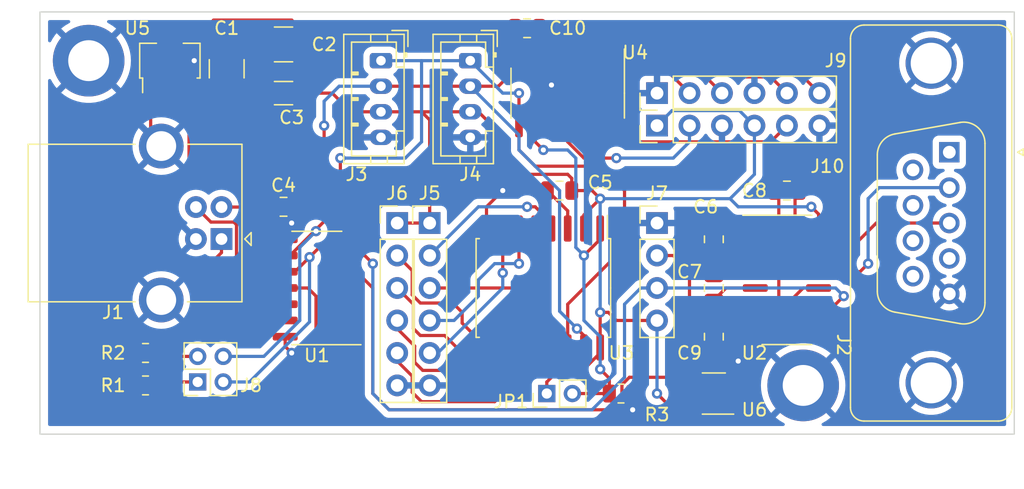
<source format=kicad_pcb>
(kicad_pcb (version 20221018) (generator pcbnew)
  (layers (0 "F.Cu" signal) (31 "B.Cu" signal) (34 "B.Paste" user) (35 "F.Paste" user) (36 "B.SilkS" user "B.Silkscreen") (37 "F.SilkS" user "F.Silkscreen") (38 "B.Mask" user) (39 "F.Mask" user) (44 "Edge.Cuts" user))
  (net 0 "")
  (net 1 "+5V")
  (net 2 "GND")
  (net 3 "+3.3V")
  (net 4 "Net-(J1-D-)")
  (net 5 "Net-(J1-D+)")
  (net 7 "Net-(U2-R1IN)")
  (net 8 "Net-(U2-T1OUT)")
  (net 14 "/SCL")
  (net 15 "Net-(J5-Pin_2)")
  (net 16 "Net-(J5-Pin_3)")
  (net 17 "Net-(J5-Pin_4)")
  (net 18 "Net-(J5-Pin_5)")
  (net 19 "Net-(J6-Pin_2)")
  (net 20 "Net-(J6-Pin_3)")
  (net 21 "Net-(J6-Pin_4)")
  (net 22 "Net-(J6-Pin_5)")
  (net 26 "Net-(U1-URx)")
  (net 33 "Net-(U2-R1OUT)")
  (net 35 "/SDA")
  (net 36 "Net-(U2-C1+)")
  (net 37 "Net-(U2-C1-)")
  (net 38 "Net-(U2-C2+)")
  (net 39 "Net-(U2-C2-)")
  (net 40 "Net-(U2-VS+)")
  (net 41 "Net-(U2-VS-)")
  (net 42 "Net-(J7-Pin_2)")
  (net 43 "Net-(J7-Pin_3)")
  (net 44 "Net-(J8-Pin_1)")
  (net 45 "Net-(J8-Pin_2)")
  (net 46 "/ADDR0")
  (net 47 "/AN1p")
  (net 48 "/AN1n")
  (net 49 "/AN2p")
  (net 50 "/AN2n")
  (net 51 "/AN3")
  (net 52 "/AN4")
  (footprint "Connector_PinHeader_2.54mm:PinHeader_1x06_P2.54mm_Vertical" (layer "F.Cu") (at 127 60.96 90)
    (fp_text reference "J10")
    (fp_text value "Conn_01x06_Pin")
  )
  (footprint "Package_SO:SOIC-14_3.9x8.7mm_P1.27mm" (layer "F.Cu") (at 100.395 73.66 180)
    (fp_text reference "U1")
    (fp_text value "MCP2221AxSL")
  )
  (footprint "MountingHole:MountingHole_3.2mm_M3_DIN965_Pad" (layer "F.Cu") (at 138.43 81.28)
    (fp_text reference "H2" hide)
    (fp_text value "MountingHole_Pad")
  )
  (footprint "Connector_Dsub:DSUB-9_Male_Vertical_P2.77x2.84mm_MountingHoles" (layer "F.Cu") (at 149.86 63.04 -90)
    (fp_text reference "J2")
    (fp_text value "DE9_Plug_MountingHoles")
  )
  (footprint "Package_SO:SOIC-16W_7.5x10.3mm_P1.27mm" (layer "F.Cu") (at 118.11 73.66 -90)
    (fp_text reference "U3")
    (fp_text value "TCA9554DW")
  )
  (footprint "Connector_PinHeader_2.54mm:PinHeader_1x06_P2.54mm_Vertical" (layer "F.Cu") (at 106.68 68.58)
    (fp_text reference "J6")
    (fp_text value "Conn_01x06_Pin")
  )
  (footprint "Capacitor_SMD:C_0805_2012Metric" (layer "F.Cu") (at 131.445 77.47 -90)
    (fp_text reference "C9")
    (fp_text value "C")
  )
  (footprint "Connector_JST:JST_PH_B4B-PH-K_1x04_P2.00mm_Vertical" (layer "F.Cu") (at 105.41 55.88 -90)
    (fp_text reference "J3")
    (fp_text value "Conn_01x04_Pin")
  )
  (footprint "Connector_PinHeader_2.54mm:PinHeader_1x06_P2.54mm_Vertical" (layer "F.Cu") (at 109.22 68.58)
    (fp_text reference "J5")
    (fp_text value "Conn_01x06_Pin")
  )
  (footprint "Package_TO_SOT_SMD:SOT-89-3_Handsoldering" (layer "F.Cu") (at 88.9 55.88 90)
    (fp_text reference "U5")
    (fp_text value "AZ1117-3.3")
  )
  (footprint "Connector_USB:USB_B_OST_USB-B1HSxx_Horizontal" (layer "F.Cu") (at 92.9375 69.83 180)
    (fp_text reference "J1")
    (fp_text value "USB_B")
  )
  (footprint "Capacitor_SMD:C_0805_2012Metric" (layer "F.Cu") (at 137.16 66.04)
    (fp_text reference "C8")
    (fp_text value "C")
  )
  (footprint "Resistor_SMD:R_0805_2012Metric" (layer "F.Cu") (at 86.995 78.74)
    (fp_text reference "R2")
    (fp_text value "R_US")
  )
  (footprint "Package_TO_SOT_SMD:SOT-23-5_HandSoldering" (layer "F.Cu") (at 131.445 81.915 180)
    (fp_text reference "U6")
    (fp_text value "74AHC1G08")
  )
  (footprint "Connector_PinHeader_2.00mm:PinHeader_1x02_P2.00mm_Vertical" (layer "F.Cu") (at 118.38 81.915 90)
    (fp_text reference "JP1")
    (fp_text value "Jumper_2_Open")
  )
  (footprint "MountingHole:MountingHole_3.2mm_M3_DIN965_Pad" (layer "F.Cu") (at 82.55 55.88)
    (fp_text reference "H1" hide)
    (fp_text value "MountingHole_Pad")
  )
  (footprint "Capacitor_SMD:C_0805_2012Metric" (layer "F.Cu") (at 119.38 66.04 180)
    (fp_text reference "C5")
    (fp_text value "C")
  )
  (footprint "Connector_PinHeader_2.54mm:PinHeader_1x04_P2.54mm_Vertical" (layer "F.Cu") (at 127 68.58)
    (fp_text reference "J7")
    (fp_text value "Conn_01x04_Pin")
  )
  (footprint "Package_SO:SOIC-16_3.9x9.9mm_P1.27mm" (layer "F.Cu") (at 137.16 73.025)
    (fp_text reference "U2")
    (fp_text value "MAX3232")
  )
  (footprint "Connector_PinHeader_2.54mm:PinHeader_1x06_P2.54mm_Vertical" (layer "F.Cu") (at 127 58.42 90)
    (fp_text reference "J9")
    (fp_text value "Conn_01x06_Pin")
  )
  (footprint "Capacitor_SMD:C_0805_2012Metric" (layer "F.Cu") (at 131.445 73.66 -90)
    (fp_text reference "C7")
    (fp_text value "C")
  )
  (footprint "Capacitor_SMD:C_0805_2012Metric" (layer "F.Cu") (at 116.84 53.34)
    (fp_text reference "C10")
    (fp_text value "C")
  )
  (footprint "Connector_PinHeader_2.00mm:PinHeader_2x02_P2.00mm_Vertical" (layer "F.Cu") (at 91.075 81.01 90)
    (fp_text reference "J8")
    (fp_text value "Conn_02x02_Top_Bottom")
  )
  (footprint "Package_SO:SOIC-14_3.9x8.7mm_P1.27mm" (layer "F.Cu") (at 120.015 58.42 -90)
    (fp_text reference "U4")
    (fp_text value "MCP3428")
  )
  (footprint "Connector_JST:JST_PH_B4B-PH-K_1x04_P2.00mm_Vertical" (layer "F.Cu") (at 112.395 55.88 -90)
    (fp_text reference "J4")
    (fp_text value "Conn_01x04_Pin")
  )
  (footprint "Resistor_SMD:R_0805_2012Metric" (layer "F.Cu") (at 86.995 81.28)
    (fp_text reference "R1")
    (fp_text value "R_US")
  )
  (footprint "Capacitor_SMD:C_0805_2012Metric" (layer "F.Cu") (at 97.79 67.31)
    (fp_text reference "C4")
    (fp_text value "C")
  )
  (footprint "Capacitor_SMD:C_0805_2012Metric" (layer "F.Cu") (at 131.445 69.85 -90)
    (fp_text reference "C6")
    (fp_text value "C")
  )
  (footprint "Capacitor_SMD:C_1210_3225Metric" (layer "F.Cu") (at 97.79 54.61 180)
    (fp_text reference "C2")
    (fp_text value "C")
  )
  (footprint "Capacitor_SMD:C_1206_3216Metric" (layer "F.Cu") (at 97.79 58.42 180)
    (fp_text reference "C3")
    (fp_text value "C")
  )
  (footprint "Capacitor_SMD:C_1210_3225Metric" (layer "F.Cu") (at 93.345 56.515 90)
    (fp_text reference "C1")
    (fp_text value "C")
  )
  (footprint "Resistor_SMD:R_0805_2012Metric" (layer "F.Cu") (at 124.1825 81.915 180)
    (fp_text reference "R3")
    (fp_text value "R_US")
  )
  (gr_rect (start 78.74 52.07) (end 154.94 85.09) (stroke (width 0.1)) (fill none) (layer "Edge.Cuts"))
  (segment (start 92.9375 70.8925) (end 92.075 71.755) (width 0.25) (layer "F.Cu") (net 1))
  (segment (start 93.005 58.33) (end 90.4 58.33) (width 0.25) (layer "F.Cu") (net 1))
  (segment (start 89.535 71.755) (end 88.9 71.12) (width 0.25) (layer "F.Cu") (net 1))
  (segment (start 88.9 66.04) (end 90.4 64.54) (width 0.25) (layer "F.Cu") (net 1))
  (segment (start 90.4 64.54) (end 90.4 58.33) (width 0.25) (layer "F.Cu") (net 1))
  (segment (start 88.9 71.12) (end 88.9 66.04) (width 0.25) (layer "F.Cu") (net 1))
  (segment (start 93.345 57.99) (end 93.005 58.33) (width 0.25) (layer "F.Cu") (net 1))
  (segment (start 92.9375 69.83) (end 92.9375 70.8925) (width 0.25) (layer "F.Cu") (net 1))
  (segment (start 92.075 71.755) (end 89.535 71.755) (width 0.25) (layer "F.Cu") (net 1))
  (segment (start 97.92 78.235) (end 98.425 78.74) (width 0.25) (layer "F.Cu") (net 2))
  (segment (start 135.89 78.105) (end 136.525 77.47) (width 0.25) (layer "F.Cu") (net 2))
  (segment (start 118.43 66.04) (end 114.935 66.04) (width 0.25) (layer "F.Cu") (net 2))
  (segment (start 118.745 56.270305) (end 118.745 55.945) (width 0.25) (layer "F.Cu") (net 2))
  (segment (start 123.825 59.69) (end 123.19 59.055) (width 0.25) (layer "F.Cu") (net 2))
  (segment (start 118.745 57.785) (end 118.745 54.295) (width 0.25) (layer "F.Cu") (net 2))
  (segment (start 120.015 59.055) (end 118.745 57.785) (width 0.25) (layer "F.Cu") (net 2))
  (segment (start 133.35 80.41) (end 132.795 80.965) (width 0.25) (layer "F.Cu") (net 2))
  (segment (start 98.74 68.265) (end 98.425 68.58) (width 0.25) (layer "F.Cu") (net 2))
  (segment (start 138.43 69.85) (end 137.795 69.215) (width 0.25) (layer "F.Cu") (net 2))
  (segment (start 120.015 69.01) (end 120.015 67.625) (width 0.25) (layer "F.Cu") (net 2))
  (segment (start 131.445 78.42) (end 132.395 78.42) (width 0.25) (layer "F.Cu") (net 2))
  (segment (start 137.795 69.215) (end 137.795 66.355) (width 0.25) (layer "F.Cu") (net 2))
  (segment (start 121.285 60.325) (end 120.015 59.055) (width 0.25) (layer "F.Cu") (net 2))
  (segment (start 91.645 55.04) (end 90.805 55.88) (width 0.25) (layer "F.Cu") (net 2))
  (segment (start 113.665 67.31) (end 113.665 69.01) (width 0.25) (layer "F.Cu") (net 2))
  (segment (start 123.19 59.055) (end 120.015 59.055) (width 0.25) (layer "F.Cu") (net 2))
  (segment (start 120.015 67.625) (end 118.43 66.04) (width 0.25) (layer "F.Cu") (net 2))
  (segment (start 96.315 58.42) (end 96.315 54.61) (width 0.25) (layer "F.Cu") (net 2))
  (segment (start 117.79 53.34) (end 118.745 54.295) (width 0.25) (layer "F.Cu") (net 2))
  (segment (start 134.62 78.105) (end 135.89 78.105) (width 0.25) (layer "F.Cu") (net 2))
  (segment (start 114.935 66.04) (end 113.665 67.31) (width 0.25) (layer "F.Cu") (net 2))
  (segment (start 97.92 77.47) (end 97.92 78.235) (width 0.25) (layer "F.Cu") (net 2))
  (segment (start 87.4 58.33) (end 87.4 61.7325) (width 0.25) (layer "F.Cu") (net 2))
  (segment (start 139.635 69.85) (end 138.43 69.85) (width 0.25) (layer "F.Cu") (net 2))
  (segment (start 137.795 66.355) (end 138.11 66.04) (width 0.25) (layer "F.Cu") (net 2))
  (segment (start 136.525 70.485) (end 137.795 69.215) (width 0.25) (layer "F.Cu") (net 2))
  (segment (start 123.825 60.895) (end 123.825 59.69) (width 0.25) (layer "F.Cu") (net 2))
  (segment (start 136.525 77.47) (end 136.525 70.485) (width 0.25) (layer "F.Cu") (net 2))
  (segment (start 87.4 61.7325) (end 88.2275 62.56) (width 0.25) (layer "F.Cu") (net 2))
  (segment (start 98.74 67.31) (end 98.74 68.265) (width 0.25) (layer "F.Cu") (net 2))
  (segment (start 125.095 81.915) (end 125.095 83.185) (width 0.25) (layer "F.Cu") (net 2))
  (segment (start 93.345 55.04) (end 95.885 55.04) (width 0.25) (layer "F.Cu") (net 2))
  (segment (start 95.885 55.04) (end 96.315 54.61) (width 0.25) (layer "F.Cu") (net 2))
  (segment (start 133.35 79.375) (end 134.62 78.105) (width 0.25) (layer "F.Cu") (net 2))
  (segment (start 133.35 79.375) (end 133.35 80.41) (width 0.25) (layer "F.Cu") (net 2))
  (segment (start 132.395 78.42) (end 133.35 79.375) (width 0.25) (layer "F.Cu") (net 2))
  (segment (start 93.345 55.04) (end 91.645 55.04) (width 0.25) (layer "F.Cu") (net 2))
  (via (at 90.805 55.88) (size 0.8) (drill 0.4) (layers "F.Cu" "B.Cu") (net 2))
  (via (at 133.35 79.375) (size 0.8) (drill 0.4) (layers "F.Cu" "B.Cu") (net 2))
  (via (at 114.935 66.04) (size 0.8) (drill 0.4) (layers "F.Cu" "B.Cu") (net 2))
  (via (at 98.425 78.74) (size 0.8) (drill 0.4) (layers "F.Cu" "B.Cu") (net 2))
  (via (at 118.745 57.785) (size 0.8) (drill 0.4) (layers "F.Cu" "B.Cu") (net 2))
  (via (at 125.095 83.185) (size 0.8) (drill 0.4) (layers "F.Cu" "B.Cu") (net 2))
  (via (at 98.425 68.58) (size 0.8) (drill 0.4) (layers "F.Cu" "B.Cu") (net 2))
  (segment (start 139.635 67.88) (end 139.065 67.31) (width 0.25) (layer "F.Cu") (net 3))
  (segment (start 99.265 54.61) (end 99.265 58.42) (width 0.25) (layer "F.Cu") (net 3))
  (segment (start 114.935 61.785) (end 113.03 59.88) (width 0.25) (layer "F.Cu") (net 3))
  (segment (start 99.265 60.755) (end 96.84 63.18) (width 0.25) (layer "F.Cu") (net 3))
  (segment (start 99.265 58.42) (end 99.265 60.755) (width 0.25) (layer "F.Cu") (net 3))
  (segment (start 139.635 68.58) (end 139.635 67.88) (width 0.25) (layer "F.Cu") (net 3))
  (segment (start 116.201751 54.295) (end 116.201751 53.651751) (width 0.25) (layer "F.Cu") (net 3))
  (segment (start 116.205 64.77) (end 114.935 63.5) (width 0.25) (layer "F.Cu") (net 3))
  (segment (start 122.555 75.565) (end 122.555 78.31) (width 0.25) (layer "F.Cu") (net 3))
  (segment (start 99.695 73.66) (end 100.33 74.295) (width 0.25) (layer "F.Cu") (net 3))
  (segment (start 100.33 76.835) (end 100.965 77.47) (width 0.25) (layer "F.Cu") (net 3))
  (segment (start 122.555 78.736751) (end 122.555 78.31) (width 0.25) (layer "F.Cu") (net 3))
  (segment (start 97.92 73.66) (end 99.695 73.66) (width 0.25) (layer "F.Cu") (net 3))
  (segment (start 86.0825 77.1925) (end 85.09 76.2) (width 0.25) (layer "F.Cu") (net 3))
  (segment (start 114.62 54.61) (end 99.265 54.61) (width 0.25) (layer "F.Cu") (net 3))
  (segment (start 116.201751 53.651751) (end 115.89 53.34) (width 0.25) (layer "F.Cu") (net 3))
  (segment (start 123.825 76.2) (end 127 76.2) (width 0.25) (layer "F.Cu") (net 3))
  (segment (start 118.38 81.01) (end 119.73 79.66) (width 0.25) (layer "F.Cu") (net 3))
  (segment (start 88.9 57.58) (end 88.9 58.2425) (width 0.25) (layer "F.Cu") (net 3))
  (segment (start 95.885 73.025) (end 96.52 73.66) (width 0.25) (layer "F.Cu") (net 3))
  (segment (start 116.201751 54.295) (end 117.475 55.568249) (width 0.25) (layer "F.Cu") (net 3))
  (segment (start 121.631751 79.66) (end 122.555 78.736751) (width 0.25) (layer "F.Cu") (net 3))
  (segment (start 121.285 67.945) (end 122.555 66.675) (width 0.25) (layer "F.Cu") (net 3))
  (segment (start 101.6 58.42) (end 103.06 59.88) (width 0.25) (layer "F.Cu") (net 3))
  (segment (start 96.52 73.66) (end 97.92 73.66) (width 0.25) (layer "F.Cu") (net 3))
  (segment (start 118.38 81.915) (end 118.38 81.01) (width 0.25) (layer "F.Cu") (net 3))
  (segment (start 88.175 56.855) (end 88.9 57.58) (width 0.25) (layer "F.Cu") (net 3))
  (segment (start 88.9 56.13) (end 88.9 58.2425) (width 0.25) (layer "F.Cu") (net 3))
  (segment (start 86.0825 81.28) (end 86.0825 78.74) (width 0.25) (layer "F.Cu") (net 3))
  (segment (start 120.015 64.77) (end 116.205 64.77) (width 0.25) (layer "F.Cu") (net 3))
  (segment (start 119.73 79.66) (end 121.631751 79.66) (width 0.25) (layer "F.Cu") (net 3))
  (segment (start 120.33 66.04) (end 120.33 65.085) (width 0.25) (layer "F.Cu") (net 3))
  (segment (start 99.265 58.42) (end 101.6 58.42) (width 0.25) (layer "F.Cu") (net 3))
  (segment (start 92.325 52.705) (end 88.9 56.13) (width 0.25) (layer "F.Cu") (net 3))
  (segment (start 123.19 75.565) (end 123.825 76.2) (width 0.25) (layer "F.Cu") (net 3))
  (segment (start 96.84 67.625) (end 95.885 68.58) (width 0.25) (layer "F.Cu") (net 3))
  (segment (start 120.33 65.085) (end 120.015 64.77) (width 0.25) (layer "F.Cu") (net 3))
  (segment (start 109.22 65.405) (end 109.22 60.515) (width 0.25) (layer "F.Cu") (net 3))
  (segment (start 86.0825 78.74) (end 86.0825 77.1925) (width 0.25) (layer "F.Cu") (net 3))
  (segment (start 98.425 52.705) (end 92.325 52.705) (width 0.25) (layer "F.Cu") (net 3))
  (segment (start 109.22 68.58) (end 109.22 65.405) (width 0.25) (layer "F.Cu") (net 3))
  (segment (start 99.58 54.295) (end 99.265 54.61) (width 0.25) (layer "F.Cu") (net 3))
  (segment (start 117.475 57.785) (end 118.745 59.055) (width 0.25) (layer "F.Cu") (net 3))
  (segment (start 118.745 59.055) (end 118.745 60.895) (width 0.25) (layer "F.Cu") (net 3))
  (segment (start 120.33 66.04) (end 121.92 66.04) (width 0.25) (layer "F.Cu") (net 3))
  (segment (start 86.625 56.855) (end 88.175 56.855) (width 0.25) (layer "F.Cu") (net 3))
  (segment (start 121.285 69.01) (end 121.285 67.945) (width 0.25) (layer "F.Cu") (net 3))
  (segment (start 113.03 59.88) (end 108.585 59.88) (width 0.25) (layer "F.Cu") (net 3))
  (segment (start 121.92 66.04) (end 122.555 66.675) (width 0.25) (layer "F.Cu") (net 3))
  (segment (start 100.33 74.295) (end 100.33 76.835) (width 0.25) (layer "F.Cu") (net 3))
  (segment (start 117.475 55.945) (end 117.475 57.785) (width 0.25) (layer "F.Cu") (net 3))
  (segment (start 127 81.915) (end 127.95 82.865) (width 0.25) (layer "F.Cu") (net 3))
  (segment (start 103.06 59.88) (end 105.41 59.88) (width 0.25) (layer "F.Cu") (net 3))
  (segment (start 85.09 58.39) (end 86.625 56.855) (width 0.25) (layer "F.Cu") (net 3))
  (segment (start 108.585 59.88) (end 105.41 59.88) (width 0.25) (layer "F.Cu") (net 3))
  (segment (start 106.68 68.58) (end 109.22 68.58) (width 0.25) (layer "F.Cu") (net 3))
  (segment (start 99.265 53.545) (end 98.425 52.705) (width 0.25) (layer "F.Cu") (net 3))
  (segment (start 114.935 63.5) (end 114.935 61.785) (width 0.25) (layer "F.Cu") (net 3))
  (segment (start 96.84 67.31) (end 96.84 67.625) (width 0.25) (layer "F.Cu") (net 3))
  (segment (start 127.95 82.865) (end 130.095 82.865) (width 0.25) (layer "F.Cu") (net 3))
  (segment (start 109.22 60.515) (end 108.585 59.88) (width 0.25) (layer "F.Cu") (net 3))
  (segment (start 96.84 63.18) (end 96.84 67.31) (width 0.25) (layer "F.Cu") (net 3))
  (segment (start 85.09 76.2) (end 85.09 58.39) (width 0.25) (layer "F.Cu") (net 3))
  (segment (start 122.555 75.565) (end 123.19 75.565) (width 0.25) (layer "F.Cu") (net 3))
  (segment (start 100.965 77.47) (end 102.87 77.47) (width 0.25) (layer "F.Cu") (net 3))
  (segment (start 115.89 53.34) (end 114.62 54.61) (width 0.25) (layer "F.Cu") (net 3))
  (segment (start 95.885 68.58) (end 95.885 73.025) (width 0.25) (layer "F.Cu") (net 3))
  (via (at 127 81.915) (size 0.8) (drill 0.4) (layers "F.Cu" "B.Cu") (net 3))
  (via (at 122.555 75.565) (size 0.8) (drill 0.4) (layers "F.Cu" "B.Cu") (net 3))
  (via (at 122.555 66.675) (size 0.8) (drill 0.4) (layers "F.Cu" "B.Cu") (net 3))
  (via (at 139.065 67.31) (size 0.8) (drill 0.4) (layers "F.Cu" "B.Cu") (net 3))
  (segment (start 133.445 59.785) (end 134.62 60.96) (width 0.25) (layer "B.Cu") (net 3))
  (segment (start 128.175 59.785) (end 133.445 59.785) (width 0.25) (layer "B.Cu") (net 3))
  (segment (start 132.715 66.675) (end 133.35 67.31) (width 0.25) (layer "B.Cu") (net 3))
  (segment (start 122.555 66.675) (end 132.715 66.675) (width 0.25) (layer "B.Cu") (net 3))
  (segment (start 127 60.96) (end 128.175 59.785) (width 0.25) (layer "B.Cu") (net 3))
  (segment (start 134.62 60.96) (end 134.62 64.77) (width 0.25) (layer "B.Cu") (net 3))
  (segment (start 133.35 67.31) (end 139.065 67.31) (width 0.25) (layer "B.Cu") (net 3))
  (segment (start 134.62 64.77) (end 132.715 66.675) (width 0.25) (layer "B.Cu") (net 3))
  (segment (start 127 76.2) (end 127 81.915) (width 0.25) (layer "B.Cu") (net 3))
  (segment (start 122.555 75.565) (end 122.555 66.675) (width 0.25) (layer "B.Cu") (net 3))
  (segment (start 97.153604 74.93) (end 95.25 73.026396) (width 0.25) (layer "F.Cu") (net 4))
  (segment (start 95.25 67.945) (end 94.615 67.31) (width 0.25) (layer "F.Cu") (net 4))
  (segment (start 97.92 74.93) (end 97.153604 74.93) (width 0.25) (layer "F.Cu") (net 4))
  (segment (start 94.595 67.33) (end 92.9375 67.33) (width 0.25) (layer "F.Cu") (net 4))
  (segment (start 94.615 67.31) (end 94.595 67.33) (width 0.25) (layer "F.Cu") (net 4))
  (segment (start 95.25 73.026396) (end 95.25 67.945) (width 0.25) (layer "F.Cu") (net 4))
  (segment (start 97.92 76.2) (end 97.155 76.2) (width 0.25) (layer "F.Cu") (net 5))
  (segment (start 93.905 68.505) (end 92.1125 68.505) (width 0.25) (layer "F.Cu") (net 5))
  (segment (start 94.1125 73.1575) (end 94.1125 68.7125) (width 0.25) (layer "F.Cu") (net 5))
  (segment (start 92.1125 68.505) (end 90.9375 67.33) (width 0.25) (layer "F.Cu") (net 5))
  (segment (start 97.155 76.2) (end 94.1125 73.1575) (width 0.25) (layer "F.Cu") (net 5))
  (segment (start 94.1125 68.7125) (end 93.905 68.505) (width 0.25) (layer "F.Cu") (net 5))
  (segment (start 139.635 72.39) (end 142.875 72.39) (width 0.25) (layer "F.Cu") (net 7))
  (segment (start 142.875 72.39) (end 143.51 71.755) (width 0.25) (layer "F.Cu") (net 7))
  (via (at 143.51 71.755) (size 0.8) (drill 0.4) (layers "F.Cu" "B.Cu") (net 7))
  (segment (start 143.51 66.675) (end 144.375 65.81) (width 0.25) (layer "B.Cu") (net 7))
  (segment (start 144.375 65.81) (end 149.86 65.81) (width 0.25) (layer "B.Cu") (net 7))
  (segment (start 143.51 71.755) (end 143.51 66.675) (width 0.25) (layer "B.Cu") (net 7))
  (segment (start 139.635 71.12) (end 141.605 71.12) (width 0.25) (layer "F.Cu") (net 8))
  (segment (start 141.605 71.12) (end 144.145 68.58) (width 0.25) (layer "F.Cu") (net 8))
  (segment (start 144.145 68.58) (end 149.86 68.58) (width 0.25) (layer "F.Cu") (net 8))
  (segment (start 102.235 64.77) (end 102.235 63.5) (width 0.25) (layer "F.Cu") (net 14))
  (segment (start 101.6 69.473249) (end 101.6 65.405) (width 0.25) (layer "F.Cu") (net 14))
  (segment (start 122.555 64.135) (end 117.475 64.135) (width 0.25) (layer "F.Cu") (net 14))
  (segment (start 120.015 78.31) (end 120.015 74.93) (width 0.25) (layer "F.Cu") (net 14))
  (segment (start 101.6 65.405) (end 102.235 64.77) (width 0.25) (layer "F.Cu") (net 14))
  (segment (start 124.46 70.485) (end 124.46 66.04) (width 0.25) (layer "F.Cu") (net 14))
  (segment (start 117.475 64.135) (end 116.205 62.865) (width 0.25) (layer "F.Cu") (net 14))
  (segment (start 98.683249 72.39) (end 101.6 69.473249) (width 0.25) (layer "F.Cu") (net 14))
  (segment (start 124.46 66.04) (end 122.555 64.135) (width 0.25) (layer "F.Cu") (net 14))
  (segment (start 97.92 72.39) (end 98.683249 72.39) (width 0.25) (layer "F.Cu") (net 14))
  (segment (start 116.205 58.42) (end 116.205 60.895) (width 0.25) (layer "F.Cu") (net 14))
  (segment (start 120.015 74.93) (end 124.46 70.485) (width 0.25) (layer "F.Cu") (net 14))
  (segment (start 116.205 62.865) (end 116.205 60.895) (width 0.25) (layer "F.Cu") (net 14))
  (via (at 99.824125 71.249125) (size 0.8) (drill 0.4) (layers "F.Cu" "B.Cu") (net 14))
  (via (at 102.235 63.5) (size 0.8) (drill 0.4) (layers "F.Cu" "B.Cu") (net 14))
  (via (at 116.205 58.42) (size 0.8) (drill 0.4) (layers "F.Cu" "B.Cu") (net 14))
  (segment (start 112.395 55.88) (end 114.935 58.42) (width 0.25) (layer "B.Cu") (net 14))
  (segment (start 114.935 58.42) (end 116.205 58.42) (width 0.25) (layer "B.Cu") (net 14))
  (segment (start 108.585 62.23) (end 108.585 55.88) (width 0.25) (layer "B.Cu") (net 14))
  (segment (start 93.075 81.01) (end 95.129695 81.01) (width 0.25) (layer "B.Cu") (net 14))
  (segment (start 99.824125 76.31557) (end 99.824125 71.249125) (width 0.25) (layer "B.Cu") (net 14))
  (segment (start 107.315 63.5) (end 108.585 62.23) (width 0.25) (layer "B.Cu") (net 14))
  (segment (start 108.585 55.88) (end 105.41 55.88) (width 0.25) (layer "B.Cu") (net 14))
  (segment (start 102.235 63.5) (end 107.315 63.5) (width 0.25) (layer "B.Cu") (net 14))
  (segment (start 95.129695 81.01) (end 99.824125 76.31557) (width 0.25) (layer "B.Cu") (net 14))
  (segment (start 113.03 55.88) (end 108.585 55.88) (width 0.25) (layer "B.Cu") (net 14))
  (segment (start 118.745 68.58) (end 117.825 67.66) (width 0.25) (layer "F.Cu") (net 15))
  (segment (start 117.825 67.66) (end 117.475 67.31) (width 0.25) (layer "F.Cu") (net 15))
  (segment (start 118.745 69.01) (end 118.745 68.58) (width 0.25) (layer "F.Cu") (net 15))
  (segment (start 117.475 67.31) (end 116.84 67.31) (width 0.25) (layer "F.Cu") (net 15))
  (via (at 116.84 67.31) (size 0.8) (drill 0.4) (layers "F.Cu" "B.Cu") (net 15))
  (segment (start 116.84 67.31) (end 113.03 67.31) (width 0.25) (layer "B.Cu") (net 15))
  (segment (start 113.03 67.31) (end 109.22 71.12) (width 0.25) (layer "B.Cu") (net 15))
  (segment (start 117.475 72.39) (end 116.205 73.66) (width 0.25) (layer "F.Cu") (net 16))
  (segment (start 116.205 73.66) (end 109.22 73.66) (width 0.25) (layer "F.Cu") (net 16))
  (segment (start 117.475 69.01) (end 117.475 72.39) (width 0.25) (layer "F.Cu") (net 16))
  (segment (start 116.205 69.01) (end 116.205 71.755) (width 0.25) (layer "F.Cu") (net 17))
  (via (at 116.205 71.755) (size 0.8) (drill 0.4) (layers "F.Cu" "B.Cu") (net 17))
  (segment (start 109.22 76.2) (end 111.125 76.2) (width 0.25) (layer "B.Cu") (net 17))
  (segment (start 113.03 73.025) (end 114.3 71.755) (width 0.25) (layer "B.Cu") (net 17))
  (segment (start 114.3 71.755) (end 116.205 71.755) (width 0.25) (layer "B.Cu") (net 17))
  (segment (start 113.03 74.295) (end 113.03 73.025) (width 0.25) (layer "B.Cu") (net 17))
  (segment (start 111.125 76.2) (end 113.03 74.295) (width 0.25) (layer "B.Cu") (net 17))
  (segment (start 114.935 69.01) (end 114.935 72.4795) (width 0.25) (layer "F.Cu") (net 18))
  (via (at 114.935 72.4795) (size 0.8) (drill 0.4) (layers "F.Cu" "B.Cu") (net 18))
  (segment (start 109.856396 78.74) (end 109.22 78.74) (width 0.25) (layer "B.Cu") (net 18))
  (segment (start 114.935 73.661396) (end 109.856396 78.74) (width 0.25) (layer "B.Cu") (net 18))
  (segment (start 114.935 72.4795) (end 114.935 73.661396) (width 0.25) (layer "B.Cu") (net 18))
  (segment (start 107.855 74.2) (end 107.855 72.295) (width 0.25) (layer "F.Cu") (net 19))
  (segment (start 111.76 76.405) (end 111.76 75.565) (width 0.25) (layer "F.Cu") (net 19))
  (segment (start 111.03 74.835) (end 108.49 74.835) (width 0.25) (layer "F.Cu") (net 19))
  (segment (start 107.855 72.295) (end 106.68 71.12) (width 0.25) (layer "F.Cu") (net 19))
  (segment (start 111.76 75.565) (end 111.03 74.835) (width 0.25) (layer "F.Cu") (net 19))
  (segment (start 108.49 74.835) (end 107.855 74.2) (width 0.25) (layer "F.Cu") (net 19))
  (segment (start 113.665 78.31) (end 111.76 76.405) (width 0.25) (layer "F.Cu") (net 19))
  (segment (start 107.95 76.835) (end 107.95 74.931396) (width 0.25) (layer "F.Cu") (net 20))
  (segment (start 106.68 73.661396) (end 106.68 73.66) (width 0.25) (layer "F.Cu") (net 20))
  (segment (start 113.03 80.01) (end 110.395 77.375) (width 0.25) (layer "F.Cu") (net 20))
  (segment (start 108.49 77.375) (end 107.95 76.835) (width 0.25) (layer "F.Cu") (net 20))
  (segment (start 110.395 77.375) (end 108.49 77.375) (width 0.25) (layer "F.Cu") (net 20))
  (segment (start 114.3 80.01) (end 113.03 80.01) (width 0.25) (layer "F.Cu") (net 20))
  (segment (start 114.935 78.31) (end 114.935 79.375) (width 0.25) (layer "F.Cu") (net 20))
  (segment (start 107.95 74.931396) (end 106.68 73.661396) (width 0.25) (layer "F.Cu") (net 20))
  (segment (start 114.935 79.375) (end 114.3 80.01) (width 0.25) (layer "F.Cu") (net 20))
  (segment (start 111.855 80.105) (end 112.395 80.645) (width 0.25) (layer "F.Cu") (net 21))
  (segment (start 112.395 80.645) (end 115.57 80.645) (width 0.25) (layer "F.Cu") (net 21))
  (segment (start 108.045 79.47) (end 108.68 80.105) (width 0.25) (layer "F.Cu") (net 21))
  (segment (start 108.68 80.105) (end 111.855 80.105) (width 0.25) (layer "F.Cu") (net 21))
  (segment (start 115.57 80.645) (end 116.205 80.01) (width 0.25) (layer "F.Cu") (net 21))
  (segment (start 106.68 76.2) (end 106.68 76.835) (width 0.25) (layer "F.Cu") (net 21))
  (segment (start 106.68 76.835) (end 108.045 78.2) (width 0.25) (layer "F.Cu") (net 21))
  (segment (start 116.205 80.01) (end 116.205 78.31) (width 0.25) (layer "F.Cu") (net 21))
  (segment (start 108.045 78.2) (end 108.045 79.47) (width 0.25) (layer "F.Cu") (net 21))
  (segment (start 117.475 79.376396) (end 114.301396 82.55) (width 0.25) (layer "F.Cu") (net 22))
  (segment (start 107.855 80.55) (end 106.68 79.375) (width 0.25) (layer "F.Cu") (net 22))
  (segment (start 117.475 78.31) (end 117.475 79.376396) (width 0.25) (layer "F.Cu") (net 22))
  (segment (start 108.585 82.55) (end 107.855 81.82) (width 0.25) (layer "F.Cu") (net 22))
  (segment (start 106.68 79.375) (end 106.68 78.74) (width 0.25) (layer "F.Cu") (net 22))
  (segment (start 114.301396 82.55) (end 108.585 82.55) (width 0.25) (layer "F.Cu") (net 22))
  (segment (start 107.855 81.82) (end 107.855 80.55) (width 0.25) (layer "F.Cu") (net 22))
  (segment (start 102.87 72.39) (end 103.505 72.39) (width 0.25) (layer "F.Cu") (net 26))
  (segment (start 129.775 80.645) (end 130.095 80.965) (width 0.25) (layer "F.Cu") (net 26))
  (segment (start 123.675673 83.185) (end 124.2575 82.603173) (width 0.25) (layer "F.Cu") (net 26))
  (segment (start 124.2575 82.603173) (end 124.2575 81.226827) (width 0.25) (layer "F.Cu") (net 26))
  (segment (start 104.775 81.915) (end 106.045 83.185) (width 0.25) (layer "F.Cu") (net 26))
  (segment (start 104.775 73.66) (end 104.775 81.915) (width 0.25) (layer "F.Cu") (net 26))
  (segment (start 124.2575 81.226827) (end 124.839327 80.645) (width 0.25) (layer "F.Cu") (net 26))
  (segment (start 106.045 83.185) (end 123.675673 83.185) (width 0.25) (layer "F.Cu") (net 26))
  (segment (start 124.839327 80.645) (end 129.775 80.645) (width 0.25) (layer "F.Cu") (net 26))
  (segment (start 103.505 72.39) (end 104.775 73.66) (width 0.25) (layer "F.Cu") (net 26))
  (segment (start 139.635 73.66) (end 138.43 73.66) (width 0.25) (layer "F.Cu") (net 33))
  (segment (start 137.16 77.471396) (end 135.891396 78.74) (width 0.25) (layer "F.Cu") (net 33))
  (segment (start 134.62 82.07) (end 133.825 82.865) (width 0.25) (layer "F.Cu") (net 33))
  (segment (start 138.43 73.66) (end 137.16 74.93) (width 0.25) (layer "F.Cu") (net 33))
  (segment (start 135.891396 78.74) (end 135.255 78.74) (width 0.25) (layer "F.Cu") (net 33))
  (segment (start 137.16 74.93) (end 137.16 77.471396) (width 0.25) (layer "F.Cu") (net 33))
  (segment (start 133.825 82.865) (end 132.795 82.865) (width 0.25) (layer "F.Cu") (net 33))
  (segment (start 134.62 79.375) (end 134.62 82.07) (width 0.25) (layer "F.Cu") (net 33))
  (segment (start 135.255 78.74) (end 134.62 79.375) (width 0.25) (layer "F.Cu") (net 33))
  (segment (start 100.965 68.451751) (end 100.965 60.96) (width 0.25) (layer "F.Cu") (net 35))
  (segment (start 100.33 69.215) (end 100.33 69.086751) (width 0.25) (layer "F.Cu") (net 35))
  (segment (start 114.595305 57.88) (end 112.395 57.88) (width 0.25) (layer "F.Cu") (net 35))
  (segment (start 98.296751 71.12) (end 100.201751 69.215) (width 0.25) (layer "F.Cu") (net 35))
  (segment (start 114.595305 57.88) (end 116.205 56.270305) (width 0.25) (layer "F.Cu") (net 35))
  (segment (start 121.285 78.31) (end 121.285 77.3805) (width 0.25) (layer "F.Cu") (net 35))
  (segment (start 97.92 71.12) (end 98.296751 71.12) (width 0.25) (layer "F.Cu") (net 35))
  (segment (start 121.285 77.3805) (end 120.7395 76.835) (width 0.25) (layer "F.Cu") (net 35))
  (segment (start 105.41 57.88) (end 113.03 57.88) (width 0.25) (layer "F.Cu") (net 35))
  (segment (start 100.201751 69.215) (end 100.33 69.215) (width 0.25) (layer "F.Cu") (net 35))
  (segment (start 100.33 69.086751) (end 100.965 68.451751) (width 0.25) (layer "F.Cu") (net 35))
  (via (at 100.33 69.215) (size 0.8) (drill 0.4) (layers "F.Cu" "B.Cu") (net 35))
  (via (at 100.965 60.96) (size 0.8) (drill 0.4) (layers "F.Cu" "B.Cu") (net 35))
  (via (at 120.7395 76.835) (size 0.8) (drill 0.4) (layers "F.Cu" "B.Cu") (net 35))
  (segment (start 119.38 66.04) (end 116.205 62.865) (width 0.25) (layer "B.Cu") (net 35))
  (segment (start 119.38 75.4755) (end 119.38 66.04) (width 0.25) (layer "B.Cu") (net 35))
  (segment (start 93.075 79.01) (end 96.25 79.01) (width 0.25) (layer "B.Cu") (net 35))
  (segment (start 99.06 76.2) (end 99.06 70.485) (width 0.25) (layer "B.Cu") (net 35))
  (segment (start 112.395 57.88) (end 116.205 61.69) (width 0.25) (layer "B.Cu") (net 35))
  (segment (start 96.25 79.01) (end 99.06 76.2) (width 0.25) (layer "B.Cu") (net 35))
  (segment (start 99.06 70.485) (end 100.33 69.215) (width 0.25) (layer "B.Cu") (net 35))
  (segment (start 116.205 61.69) (end 116.205 62.865) (width 0.25) (layer "B.Cu") (net 35))
  (segment (start 100.965 60.96) (end 100.965 59.055) (width 0.25) (layer "B.Cu") (net 35))
  (segment (start 120.7395 76.835) (end 119.38 75.4755) (width 0.25) (layer "B.Cu") (net 35))
  (segment (start 100.965 59.055) (end 102.14 57.88) (width 0.25) (layer "B.Cu") (net 35))
  (segment (start 102.14 57.88) (end 105.41 57.88) (width 0.25) (layer "B.Cu") (net 35))
  (segment (start 131.445 68.9) (end 131.765 68.58) (width 0.25) (layer "F.Cu") (net 36))
  (segment (start 131.765 68.58) (end 134.685 68.58) (width 0.25) (layer "F.Cu") (net 36))
  (segment (start 132.715 71.12) (end 134.685 71.12) (width 0.25) (layer "F.Cu") (net 37))
  (segment (start 132.395 70.8) (end 132.715 71.12) (width 0.25) (layer "F.Cu") (net 37))
  (segment (start 131.445 70.8) (end 132.395 70.8) (width 0.25) (layer "F.Cu") (net 37))
  (segment (start 131.765 72.39) (end 131.445 72.71) (width 0.25) (layer "F.Cu") (net 38))
  (segment (start 134.685 72.39) (end 131.765 72.39) (width 0.25) (layer "F.Cu") (net 38))
  (segment (start 134.685 73.66) (end 132.395 73.66) (width 0.25) (layer "F.Cu") (net 39))
  (segment (start 132.395 73.66) (end 131.445 74.61) (width 0.25) (layer "F.Cu") (net 39))
  (segment (start 136.21 66.04) (end 136.525 66.355) (width 0.25) (layer "F.Cu") (net 40))
  (segment (start 135.89 69.85) (end 134.685 69.85) (width 0.25) (layer "F.Cu") (net 40))
  (segment (start 136.525 69.215) (end 135.89 69.85) (width 0.25) (layer "F.Cu") (net 40))
  (segment (start 136.525 66.355) (end 136.525 69.215) (width 0.25) (layer "F.Cu") (net 40))
  (segment (start 134.685 74.93) (end 133.035 74.93) (width 0.25) (layer "F.Cu") (net 41))
  (segment (start 133.035 74.93) (end 131.445 76.52) (width 0.25) (layer "F.Cu") (net 41))
  (segment (start 132.08 81.915) (end 131.2 81.035) (width 0.25) (layer "F.Cu") (net 42))
  (segment (start 131.2 80.4) (end 129.54 78.74) (width 0.25) (layer "F.Cu") (net 42))
  (segment (start 128.27 71.12) (end 127 71.12) (width 0.25) (layer "F.Cu") (net 42))
  (segment (start 129.54 72.39) (end 128.27 71.12) (width 0.25) (layer "F.Cu") (net 42))
  (segment (start 129.54 78.74) (end 129.54 72.39) (width 0.25) (layer "F.Cu") (net 42))
  (segment (start 131.2 81.035) (end 131.2 80.4) (width 0.25) (layer "F.Cu") (net 42))
  (segment (start 132.795 81.915) (end 132.08 81.915) (width 0.25) (layer "F.Cu") (net 42))
  (segment (start 140.97 74.93) (end 141.605 74.295) (width 0.25) (layer "F.Cu") (net 43))
  (segment (start 104.14 71.12) (end 104.775 71.755) (width 0.25) (layer "F.Cu") (net 43))
  (segment (start 139.635 74.93) (end 140.97 74.93) (width 0.25) (layer "F.Cu") (net 43))
  (segment (start 102.87 71.12) (end 104.14 71.12) (width 0.25) (layer "F.Cu") (net 43))
  (via (at 141.605 74.295) (size 0.8) (drill 0.4) (layers "F.Cu" "B.Cu") (net 43))
  (via (at 104.775 71.755) (size 0.8) (drill 0.4) (layers "F.Cu" "B.Cu") (net 43))
  (segment (start 124.46 80.645) (end 121.92 83.185) (width 0.25) (layer "B.Cu") (net 43))
  (segment (start 121.92 83.185) (end 106.045 83.185) (width 0.25) (layer "B.Cu") (net 43))
  (segment (start 104.775 81.915) (end 104.775 71.755) (width 0.25) (layer "B.Cu") (net 43))
  (segment (start 140.97 73.66) (end 127 73.66) (width 0.25) (layer "B.Cu") (net 43))
  (segment (start 127 73.66) (end 125.73 73.66) (width 0.25) (layer "B.Cu") (net 43))
  (segment (start 125.73 73.66) (end 124.46 74.93) (width 0.25) (layer "B.Cu") (net 43))
  (segment (start 106.045 83.185) (end 104.775 81.915) (width 0.25) (layer "B.Cu") (net 43))
  (segment (start 124.46 74.93) (end 124.46 80.645) (width 0.25) (layer "B.Cu") (net 43))
  (segment (start 141.605 74.295) (end 140.97 73.66) (width 0.25) (layer "B.Cu") (net 43))
  (segment (start 88.1775 81.01) (end 91.075 81.01) (width 0.25) (layer "F.Cu") (net 44))
  (segment (start 87.9075 81.28) (end 88.1775 81.01) (width 0.25) (layer "F.Cu") (net 44))
  (segment (start 88.1775 79.01) (end 91.075 79.01) (width 0.25) (layer "F.Cu") (net 45))
  (segment (start 87.9075 78.74) (end 88.1775 79.01) (width 0.25) (layer "F.Cu") (net 45))
  (segment (start 121.285 71.12) (end 122.555 69.85) (width 0.25) (layer "F.Cu") (net 46))
  (segment (start 123.27 80.725) (end 122.555 80.01) (width 0.25) (layer "F.Cu") (net 46))
  (segment (start 123.27 81.915) (end 120.38 81.915) (width 0.25) (layer "F.Cu") (net 46))
  (segment (start 122.555 69.85) (end 122.555 69.01) (width 0.25) (layer "F.Cu") (net 46))
  (segment (start 117.475 60.895) (end 117.475 62.23) (width 0.25) (layer "F.Cu") (net 46))
  (segment (start 123.27 81.915) (end 123.27 80.725) (width 0.25) (layer "F.Cu") (net 46))
  (segment (start 117.475 62.23) (end 118.11 62.865) (width 0.25) (layer "F.Cu") (net 46))
  (via (at 118.11 62.865) (size 0.8) (drill 0.4) (layers "F.Cu" "B.Cu") (net 46))
  (via (at 121.285 71.12) (size 0.8) (drill 0.4) (layers "F.Cu" "B.Cu") (net 46))
  (via (at 122.555 80.01) (size 0.8) (drill 0.4) (layers "F.Cu" "B.Cu") (net 46))
  (segment (start 121.285 76.2) (end 121.285 71.12) (width 0.25) (layer "B.Cu") (net 46))
  (segment (start 122.555 80.01) (end 122.555 77.47) (width 0.25) (layer "B.Cu") (net 46))
  (segment (start 122.555 77.47) (end 121.83 76.745) (width 0.25) (layer "B.Cu") (net 46))
  (segment (start 120.015 62.865) (end 118.11 62.865) (width 0.25) (layer "B.Cu") (net 46))
  (segment (start 121.83 76.745) (end 121.285 76.2) (width 0.25) (layer "B.Cu") (net 46))
  (segment (start 120.65 70.485) (end 120.65 63.5) (width 0.25) (layer "B.Cu") (net 46))
  (segment (start 121.285 71.12) (end 120.65 70.485) (width 0.25) (layer "B.Cu") (net 46))
  (segment (start 120.65 63.5) (end 120.015 62.865) (width 0.25) (layer "B.Cu") (net 46))
  (segment (start 127.065 55.945) (end 129.54 58.42) (width 0.25) (layer "F.Cu") (net 47))
  (segment (start 123.825 55.945) (end 127.065 55.945) (width 0.25) (layer "F.Cu") (net 47))
  (segment (start 122.555 55.568249) (end 123.513249 54.61) (width 0.25) (layer "F.Cu") (net 48))
  (segment (start 122.555 55.945) (end 122.555 55.568249) (width 0.25) (layer "F.Cu") (net 48))
  (segment (start 128.27 54.61) (end 132.08 58.42) (width 0.25) (layer "F.Cu") (net 48))
  (segment (start 123.513249 54.61) (end 128.27 54.61) (width 0.25) (layer "F.Cu") (net 48))
  (segment (start 130.36 54.16) (end 133.35 57.15) (width 0.25) (layer "F.Cu") (net 49))
  (segment (start 122.693249 54.16) (end 130.36 54.16) (width 0.25) (layer "F.Cu") (net 49))
  (segment (start 135.89 57.15) (end 137.16 58.42) (width 0.25) (layer "F.Cu") (net 49))
  (segment (start 133.35 57.15) (end 135.89 57.15) (width 0.25) (layer "F.Cu") (net 49))
  (segment (start 121.285 55.945) (end 121.285 55.568249) (width 0.25) (layer "F.Cu") (net 49))
  (segment (start 121.285 55.568249) (end 122.693249 54.16) (width 0.25) (layer "F.Cu") (net 49))
  (segment (start 120.015 55.568249) (end 121.873249 53.71) (width 0.25) (layer "F.Cu") (net 50))
  (segment (start 120.015 55.568249) (end 120.015 55.945) (width 0.25) (layer "F.Cu") (net 50))
  (segment (start 121.873249 53.71) (end 130.546396 53.71) (width 0.25) (layer "F.Cu") (net 50))
  (segment (start 133.351396 56.515) (end 137.795 56.515) (width 0.25) (layer "F.Cu") (net 50))
  (segment (start 130.546396 53.71) (end 133.351396 56.515) (width 0.25) (layer "F.Cu") (net 50))
  (segment (start 137.795 56.515) (end 139.7 58.42) (width 0.25) (layer "F.Cu") (net 50))
  (segment (start 121.285 63.5) (end 123.825 63.5) (width 0.25) (layer "F.Cu") (net 51))
  (segment (start 120.015 60.895) (end 120.015 62.23) (width 0.25) (layer "F.Cu") (net 51))
  (segment (start 120.015 62.23) (end 121.285 63.5) (width 0.25) (layer "F.Cu") (net 51))
  (via (at 123.825 63.5) (size 0.8) (drill 0.4) (layers "F.Cu" "B.Cu") (net 51))
  (segment (start 129.54 62.23) (end 129.54 60.96) (width 0.25) (layer "B.Cu") (net 51))
  (segment (start 128.27 63.5) (end 129.54 62.23) (width 0.25) (layer "B.Cu") (net 51))
  (segment (start 123.825 63.5) (end 128.27 63.5) (width 0.25) (layer "B.Cu") (net 51))
  (segment (start 122.555 60.895) (end 122.555 61.271751) (width 0.25) (layer "F.Cu") (net 52))
  (segment (start 122.555 61.271751) (end 123.513249 62.23) (width 0.25) (layer "F.Cu") (net 52))
  (segment (start 123.513249 62.23) (end 135.89 62.23) (width 0.25) (layer "F.Cu") (net 52))
  (segment (start 135.89 62.23) (end 137.16 60.96) (width 0.25) (layer "F.Cu") (net 52))
  (zone (net 2) (net_name "GND") (layer "B.Cu") (connect_pads (clearance 0.5)) (min_thickness 0.25) (fill yes (thermal_gap 0.5) (thermal_bridge_width 0.5))
    (polygon (pts (xy 79.375 52.705) (xy 154.305 52.705) (xy 154.305 84.455) (xy 79.375 84.455)))
  )
)
</source>
